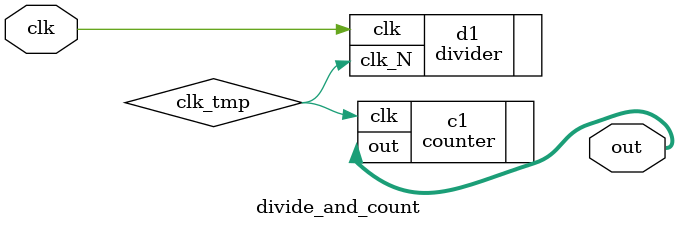
<source format=v>
`timescale 1ns / 1ps


module divide_and_count(clk, out);
    input clk;
    output [2:0] out;
    wire clk_tmp;

    divider d1(.clk(clk), .clk_N(clk_tmp));
    counter c1(.clk(clk_tmp), .out(out[2:0]));
endmodule
</source>
